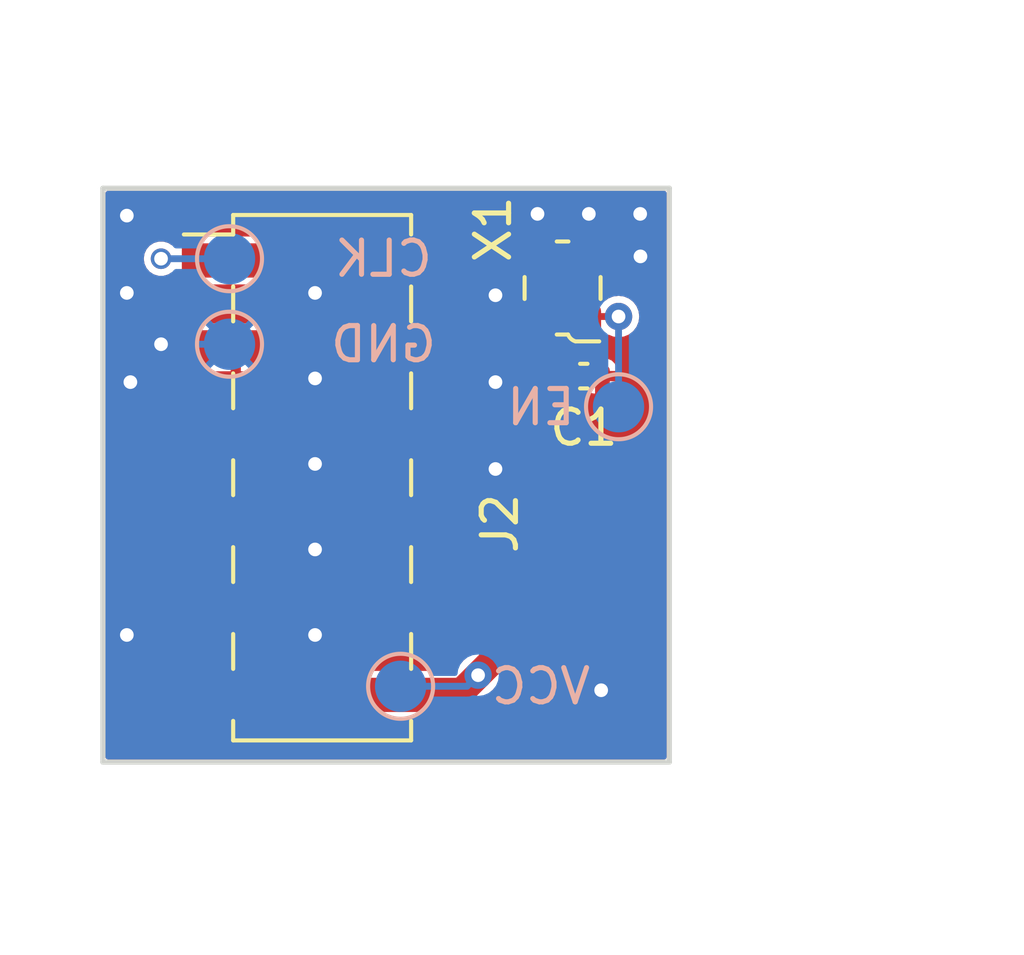
<source format=kicad_pcb>
(kicad_pcb (version 20221018) (generator pcbnew)
  (layers (0 "F.Cu" signal) (31 "B.Cu" signal) (34 "B.Paste" user) (35 "F.Paste" user) (36 "B.SilkS" user "B.Silkscreen") (37 "F.SilkS" user "F.Silkscreen") (38 "B.Mask" user) (39 "F.Mask" user) (44 "Edge.Cuts" user))
  (net 0 "")
  (net 1 "GND")
  (net 2 "VCC")
  (net 3 "EN")
  (net 4 "HRF_CLKIN")
  (footprint "Connector_PinHeader_2.54mm:PinHeader_2x06_P2.54mm_Vertical_SMD" (layer "F.Cu") (at 139.207 104.462)
    (fp_text reference "J2" (at 5.193 1.338 90) (layer "F.SilkS"))
    (fp_text value "Conn_02x06_Odd_Even")
    (fp_line (start -4.04 -7.11) (end -2.6 -7.11) (stroke (width 0.12)) (layer "F.SilkS"))
    (fp_line (start -2.6 -7.68) (end -2.6 -7.11) (stroke (width 0.12)) (layer "F.SilkS"))
    (fp_line (start -2.6 -7.68) (end 2.6 -7.68) (stroke (width 0.12)) (layer "F.SilkS"))
    (fp_line (start -2.6 -5.59) (end -2.6 -4.57) (stroke (width 0.12)) (layer "F.SilkS"))
    (fp_line (start -2.6 -3.05) (end -2.6 -2.03) (stroke (width 0.12)) (layer "F.SilkS"))
    (fp_line (start -2.6 -0.51) (end -2.6 0.51) (stroke (width 0.12)) (layer "F.SilkS"))
    (fp_line (start -2.6 2.03) (end -2.6 3.05) (stroke (width 0.12)) (layer "F.SilkS"))
    (fp_line (start -2.6 4.57) (end -2.6 5.59) (stroke (width 0.12)) (layer "F.SilkS"))
    (fp_line (start -2.6 7.11) (end -2.6 7.68) (stroke (width 0.12)) (layer "F.SilkS"))
    (fp_line (start -2.6 7.68) (end 2.6 7.68) (stroke (width 0.12)) (layer "F.SilkS"))
    (fp_line (start 2.6 -7.68) (end 2.6 -7.11) (stroke (width 0.12)) (layer "F.SilkS"))
    (fp_line (start 2.6 -5.59) (end 2.6 -4.57) (stroke (width 0.12)) (layer "F.SilkS"))
    (fp_line (start 2.6 -3.05) (end 2.6 -2.03) (stroke (width 0.12)) (layer "F.SilkS"))
    (fp_line (start 2.6 -0.51) (end 2.6 0.51) (stroke (width 0.12)) (layer "F.SilkS"))
    (fp_line (start 2.6 2.03) (end 2.6 3.05) (stroke (width 0.12)) (layer "F.SilkS"))
    (fp_line (start 2.6 4.57) (end 2.6 5.59) (stroke (width 0.12)) (layer "F.SilkS"))
    (fp_line (start 2.6 7.11) (end 2.6 7.68) (stroke (width 0.12)) (layer "F.SilkS"))
    (pad "1" smd rect (at -2.525 -6.35) (size 3.15 1) (layers "F.Cu" "F.Paste" "F.Mask") (net 4 "HRF_CLKIN"))
    (pad "2" smd rect (at 2.525 -6.35) (size 3.15 1) (layers "F.Cu" "F.Paste" "F.Mask"))
    (pad "3" smd rect (at -2.525 -3.81) (size 3.15 1) (layers "F.Cu" "F.Paste" "F.Mask") (net 1 "GND"))
    (pad "4" smd rect (at 2.525 -3.81) (size 3.15 1) (layers "F.Cu" "F.Paste" "F.Mask"))
    (pad "5" smd rect (at -2.525 -1.27) (size 3.15 1) (layers "F.Cu" "F.Paste" "F.Mask"))
    (pad "6" smd rect (at 2.525 -1.27) (size 3.15 1) (layers "F.Cu" "F.Paste" "F.Mask"))
    (pad "7" smd rect (at -2.525 1.27) (size 3.15 1) (layers "F.Cu" "F.Paste" "F.Mask"))
    (pad "8" smd rect (at 2.525 1.27) (size 3.15 1) (layers "F.Cu" "F.Paste" "F.Mask"))
    (pad "9" smd rect (at -2.525 3.81) (size 3.15 1) (layers "F.Cu" "F.Paste" "F.Mask") (net 1 "GND"))
    (pad "10" smd rect (at 2.525 3.81) (size 3.15 1) (layers "F.Cu" "F.Paste" "F.Mask"))
    (pad "11" smd rect (at -2.525 6.35) (size 3.15 1) (layers "F.Cu" "F.Paste" "F.Mask"))
    (pad "12" smd rect (at 2.525 6.35) (size 3.15 1) (layers "F.Cu" "F.Paste" "F.Mask") (net 2 "VCC"))
  )
  (footprint "Capacitor_SMD:C_0402_1005Metric" (layer "F.Cu") (at 146.852 101.492)
    (fp_text reference "C1" (at 0 1.508) (layer "F.SilkS"))
    (fp_text value "100n")
    (fp_line (start -0.107836 -0.36) (end 0.107836 -0.36) (stroke (width 0.12)) (layer "F.SilkS"))
    (fp_line (start -0.107836 0.36) (end 0.107836 0.36) (stroke (width 0.12)) (layer "F.SilkS"))
    (pad "1" smd roundrect (at -0.48 0) (size 0.56 0.62) (layers "F.Cu" "F.Paste" "F.Mask") (net 2 "VCC"))
    (pad "2" smd roundrect (at 0.48 0) (size 0.56 0.62) (layers "F.Cu" "F.Paste" "F.Mask") (net 1 "GND"))
  )
  (footprint "Oscillator:Oscillator_SMD_ECS_2520MV-xxx-xx-4Pin_2.5x2.0mm" (layer "F.Cu") (at 146.233 98.917 180)
    (fp_text reference "X1" (at 2.033 1.717 90) (layer "F.SilkS"))
    (fp_text value "ECS-2520MV-100-AN-TR" hide)
    (fp_line (start -1.11 0.32) (end -1.11 -0.32) (stroke (width 0.12)) (layer "F.SilkS"))
    (fp_line (start -0.38 -1.56) (end -1.07 -1.56) (stroke (width 0.12)) (layer "F.SilkS"))
    (fp_line (start -0.17 1.36) (end 0.17 1.36) (stroke (width 0.12)) (layer "F.SilkS"))
    (fp_line (start -0.16 -1.36) (end 0.17 -1.36) (stroke (width 0.12)) (layer "F.SilkS"))
    (fp_line (start 1.11 0.32) (end 1.11 -0.32) (stroke (width 0.12)) (layer "F.SilkS"))
    (fp_arc (start -0.38 -1.56) (mid -0.246393 -1.485967) (end -0.16 -1.36) (stroke (width 0.12)) (layer "F.SilkS"))
    (pad "1" smd roundrect (at -0.725 -0.925 180) (size 0.8 0.9) (layers "F.Cu" "F.Paste" "F.Mask") (net 3 "EN"))
    (pad "2" smd roundrect (at -0.725 0.925 180) (size 0.8 0.9) (layers "F.Cu" "F.Paste" "F.Mask") (net 1 "GND"))
    (pad "3" smd roundrect (at 0.725 0.925 180) (size 0.8 0.9) (layers "F.Cu" "F.Paste" "F.Mask") (net 4 "HRF_CLKIN"))
    (pad "4" smd roundrect (at 0.725 -0.925 180) (size 0.8 0.9) (layers "F.Cu" "F.Paste" "F.Mask") (net 2 "VCC"))
  )
  (footprint "TestPoint:TestPoint_Pad_D1.5mm" (layer "B.Cu") (at 141.5 110.56 180)
    (fp_text reference "TP4" hide)
    (fp_text value "VCC" (at -4.1 0) (layer "B.SilkS") (effects (justify mirror)))
    (fp_circle (center 0 0) (end 0 -0.95) (stroke (width 0.12)) (fill none) (layer "B.SilkS"))
    (pad "1" smd circle (at 0 0 180) (size 1.5 1.5) (layers "B.Cu" "B.Mask") (net 2 "VCC"))
  )
  (footprint "TestPoint:TestPoint_Pad_D1.5mm" (layer "B.Cu") (at 136.5 100.56 180)
    (fp_text reference "TP3" hide)
    (fp_text value "GND" (at -4.5 0) (layer "B.SilkS") (effects (justify mirror)))
    (fp_circle (center 0 0) (end 0 -0.95) (stroke (width 0.12)) (fill none) (layer "B.SilkS"))
    (pad "1" smd circle (at 0 0 180) (size 1.5 1.5) (layers "B.Cu" "B.Mask") (net 1 "GND"))
  )
  (footprint "TestPoint:TestPoint_Pad_D1.5mm" (layer "B.Cu") (at 136.5 98.06 180)
    (fp_text reference "TP2" hide)
    (fp_text value "CLK" (at -4.5 0) (layer "B.SilkS") (effects (justify mirror)))
    (fp_circle (center 0 0) (end 0 -0.95) (stroke (width 0.12)) (fill none) (layer "B.SilkS"))
    (pad "1" smd circle (at 0 0 180) (size 1.5 1.5) (layers "B.Cu" "B.Mask") (net 4 "HRF_CLKIN"))
  )
  (footprint "TestPoint:TestPoint_Pad_D1.5mm" (layer "B.Cu") (at 147.868 102.388 180)
    (fp_text reference "TP1" hide)
    (fp_text value "EN" (at 2.268 -0.012) (layer "B.SilkS") (effects (justify mirror)))
    (fp_circle (center 0 0) (end 0 -0.95) (stroke (width 0.12)) (fill none) (layer "B.SilkS"))
    (pad "1" smd circle (at 0 0 180) (size 1.5 1.5) (layers "B.Cu" "B.Mask") (net 3 "EN"))
  )
  (gr_line (start 149.352 112.776) (end 132.8 112.776) (stroke (width 0.15)) (layer "Edge.Cuts"))
  (gr_line (start 132.8 112.776) (end 132.8 96) (stroke (width 0.15)) (layer "Edge.Cuts"))
  (gr_line (start 149.352 96) (end 149.352 112.776) (stroke (width 0.15)) (layer "Edge.Cuts"))
  (gr_line (start 149.352 96) (end 132.8 96) (stroke (width 0.15)) (layer "Edge.Cuts"))
  (via (at 139 109.06) (size 0.8) (drill 0.4) (layers "F.Cu" "B.Cu") (net 1))
  (via (at 133.5 99.06) (size 0.8) (drill 0.4) (layers "F.Cu" "B.Cu") (net 1))
  (via (at 139 99.06) (size 0.8) (drill 0.4) (layers "F.Cu" "B.Cu") (net 1))
  (via (at 139 104.06) (size 0.8) (drill 0.4) (layers "F.Cu" "B.Cu") (net 1))
  (via (at 147.36 110.676) (size 0.8) (drill 0.4) (layers "F.Cu" "B.Cu") (net 1))
  (via (at 144.272 101.668) (size 0.8) (drill 0.4) (layers "F.Cu" "B.Cu") (net 1))
  (via (at 148.5 96.75) (size 0.8) (drill 0.4) (layers "F.Cu" "B.Cu") (net 1))
  (via (at 139 106.56) (size 0.8) (drill 0.4) (layers "F.Cu" "B.Cu") (net 1))
  (via (at 144.272 104.208) (size 0.8) (drill 0.4) (layers "F.Cu" "B.Cu") (net 1))
  (via (at 133.5 96.8) (size 0.8) (drill 0.4) (layers "F.Cu" "B.Cu") (net 1))
  (via (at 133.604 101.668) (size 0.8) (drill 0.4) (layers "F.Cu" "B.Cu") (net 1))
  (via (at 144.272 99.128) (size 0.8) (drill 0.4) (layers "F.Cu" "B.Cu") (net 1))
  (via (at 139 101.56) (size 0.8) (drill 0.4) (layers "F.Cu" "B.Cu") (net 1))
  (via (at 145.5 96.75) (size 0.8) (drill 0.4) (layers "F.Cu" "B.Cu") (net 1))
  (via (at 134.5 100.56) (size 0.8) (drill 0.4) (layers "F.Cu" "B.Cu") (net 1))
  (via (at 148.508 97.992) (size 0.8) (drill 0.4) (layers "F.Cu" "B.Cu") (net 1))
  (via (at 133.5 109.06) (size 0.8) (drill 0.4) (layers "F.Cu" "B.Cu") (net 1))
  (via (at 147 96.75) (size 0.8) (drill 0.4) (layers "F.Cu" "B.Cu") (net 1))
  (segment (start 136.5 100.56) (end 134.5 100.56) (width 0.2) (layer "B.Cu") (net 1))
  (segment (start 145.508 101.372) (end 145.508 99.842) (width 0.8) (layer "F.Cu") (net 2))
  (segment (start 143.256 110.744) (end 145.508 108.492) (width 0.8) (layer "F.Cu") (net 2))
  (segment (start 146.372 101.492) (end 145.628 101.492) (width 0.2) (layer "F.Cu") (net 2))
  (segment (start 145.508 108.492) (end 145.508 101.372) (width 0.8) (layer "F.Cu") (net 2))
  (segment (start 145.628 101.492) (end 145.508 101.372) (width 0.2) (layer "F.Cu") (net 2))
  (via (at 143.764 110.236) (size 0.8) (drill 0.4) (layers "F.Cu" "B.Cu") (net 2))
  (segment (start 141.5 110.56) (end 143.44 110.56) (width 0.2) (layer "B.Cu") (net 2))
  (segment (start 143.44 110.56) (end 143.764 110.236) (width 0.2) (layer "B.Cu") (net 2))
  (segment (start 147.868 99.75) (end 147.05 99.75) (width 0.2) (layer "F.Cu") (net 3))
  (segment (start 147.05 99.75) (end 146.958 99.842) (width 0.2) (layer "F.Cu") (net 3))
  (via (at 147.868 99.75) (size 0.8) (drill 0.4) (layers "F.Cu" "B.Cu") (net 3))
  (segment (start 147.868 102.388) (end 147.868 99.75) (width 0.2) (layer "B.Cu") (net 3))
  (segment (start 139.192 96.868) (end 138.24 97.82) (width 0.2) (layer "F.Cu") (net 4))
  (segment (start 144.384 96.868) (end 139.192 96.868) (width 0.2) (layer "F.Cu") (net 4))
  (segment (start 145.508 97.992) (end 144.384 96.868) (width 0.2) (layer "F.Cu") (net 4))
  (segment (start 138.24 97.82) (end 136.45 97.82) (width 0.2) (layer "F.Cu") (net 4))
  (via (at 134.5 98.06) (size 0.6) (drill 0.4) (layers "F.Cu" "B.Cu") (net 4))
  (segment (start 136.5 98.06) (end 134.5 98.06) (width 0.2) (layer "B.Cu") (net 4))
  (zone (net 1) (net_name "GND") (layer "F.Cu") (connect_pads (clearance 0.2)) (min_thickness 0.15) (fill yes (thermal_gap 0.2) (thermal_bridge_width 0.3))
    (polygon (pts (xy 154.5 118.422) (xy 129.794 118.364) (xy 129.794 94.742) (xy 154.5 94.8)))
  )
  (zone (net 1) (net_name "GND") (layer "B.Cu") (connect_pads (clearance 0.2)) (min_thickness 0.15) (fill yes (thermal_gap 0.15) (thermal_bridge_width 0.2))
    (polygon (pts (xy 154.6 118.322) (xy 129.794 118.364) (xy 129.794 94.742) (xy 154.6 94.7)))
  )
)
</source>
